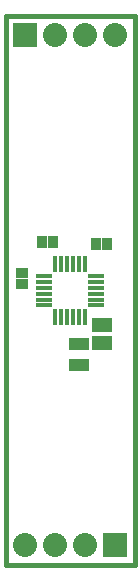
<source format=gts>
G04 (created by PCBNEW-RS274X (2012-apr-16-27)-stable) date Sat 16 Nov 2013 11:41:47 AM EET*
G01*
G70*
G90*
%MOIN*%
G04 Gerber Fmt 3.4, Leading zero omitted, Abs format*
%FSLAX34Y34*%
G04 APERTURE LIST*
%ADD10C,0.006000*%
%ADD11C,0.015000*%
%ADD12R,0.043600X0.035700*%
%ADD13R,0.035700X0.043600*%
%ADD14R,0.080000X0.080000*%
%ADD15C,0.080000*%
%ADD16R,0.057200X0.011900*%
%ADD17R,0.011900X0.057200*%
%ADD18R,0.065000X0.045000*%
G04 APERTURE END LIST*
G54D10*
G54D11*
X16100Y-07250D02*
X16100Y-25550D01*
X11800Y-07250D02*
X16100Y-07250D01*
X11800Y-25550D02*
X11800Y-07250D01*
X16100Y-25550D02*
X11800Y-25550D01*
G54D12*
X12350Y-16177D03*
X12350Y-15823D03*
G54D13*
X13377Y-14800D03*
X13023Y-14800D03*
G54D14*
X12450Y-07900D03*
G54D15*
X13450Y-07900D03*
X14450Y-07900D03*
X15450Y-07900D03*
G54D14*
X15450Y-24900D03*
G54D15*
X14450Y-24900D03*
X13450Y-24900D03*
X12450Y-24900D03*
G54D13*
X14427Y-18200D03*
X14073Y-18200D03*
G54D16*
X13074Y-15918D03*
X13074Y-16115D03*
X13074Y-16509D03*
X13074Y-16312D03*
X13074Y-16705D03*
X13074Y-16902D03*
X14826Y-16902D03*
X14826Y-16705D03*
X14826Y-16312D03*
X14826Y-16509D03*
X14826Y-16115D03*
X14826Y-15918D03*
G54D17*
X14439Y-17276D03*
X14235Y-17276D03*
X13842Y-17276D03*
X14039Y-17276D03*
X13646Y-17276D03*
X13449Y-17276D03*
X13449Y-15524D03*
X13646Y-15524D03*
X14039Y-15524D03*
X13842Y-15524D03*
X14235Y-15524D03*
X14432Y-15524D03*
G54D13*
X14823Y-14850D03*
X15177Y-14850D03*
X14073Y-18900D03*
X14427Y-18900D03*
G54D18*
X15000Y-18150D03*
X15000Y-17550D03*
M02*

</source>
